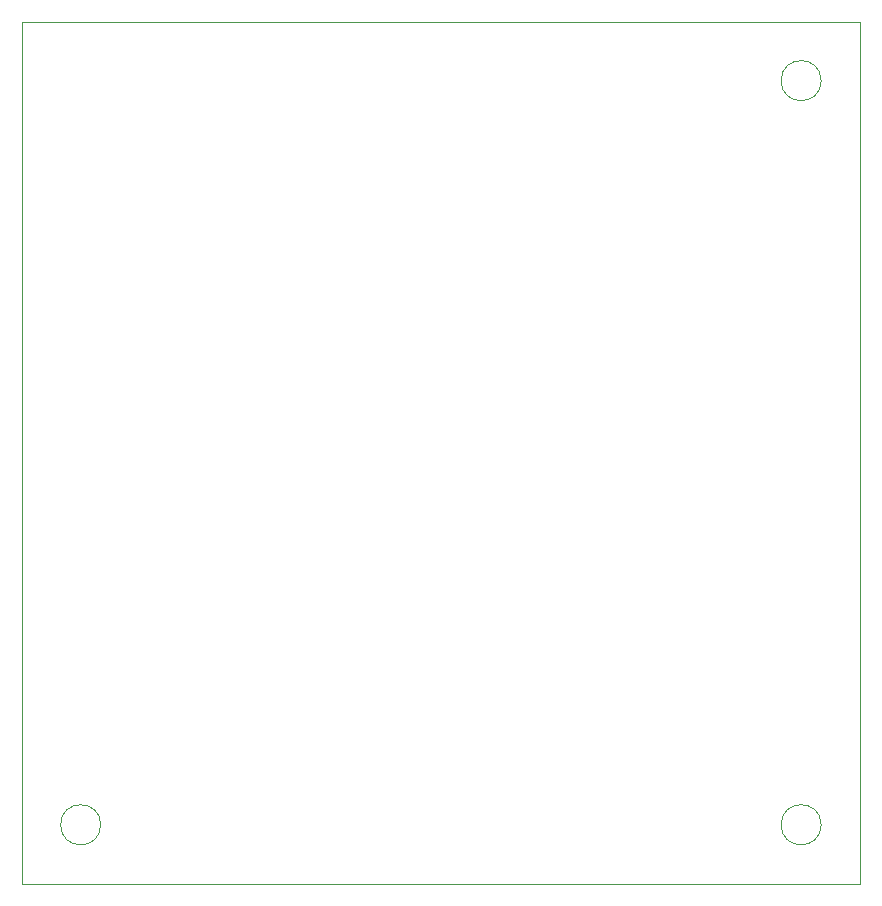
<source format=gm1>
%TF.GenerationSoftware,KiCad,Pcbnew,(6.0.9)*%
%TF.CreationDate,2024-07-14T14:50:05-07:00*%
%TF.ProjectId,RA_Controller,52415f43-6f6e-4747-926f-6c6c65722e6b,rev?*%
%TF.SameCoordinates,Original*%
%TF.FileFunction,Profile,NP*%
%FSLAX46Y46*%
G04 Gerber Fmt 4.6, Leading zero omitted, Abs format (unit mm)*
G04 Created by KiCad (PCBNEW (6.0.9)) date 2024-07-14 14:50:05*
%MOMM*%
%LPD*%
G01*
G04 APERTURE LIST*
%TA.AperFunction,Profile*%
%ADD10C,0.100000*%
%TD*%
G04 APERTURE END LIST*
D10*
X119730000Y-114507000D02*
G75*
G03*
X119730000Y-114507000I-1700000J0D01*
G01*
X113030000Y-46507000D02*
X184030000Y-46507000D01*
X184030000Y-46507000D02*
X184030000Y-119507000D01*
X184030000Y-119507000D02*
X113030000Y-119507000D01*
X113030000Y-119507000D02*
X113030000Y-46507000D01*
X180730000Y-114507000D02*
G75*
G03*
X180730000Y-114507000I-1700000J0D01*
G01*
X180730000Y-51507000D02*
G75*
G03*
X180730000Y-51507000I-1700000J0D01*
G01*
M02*

</source>
